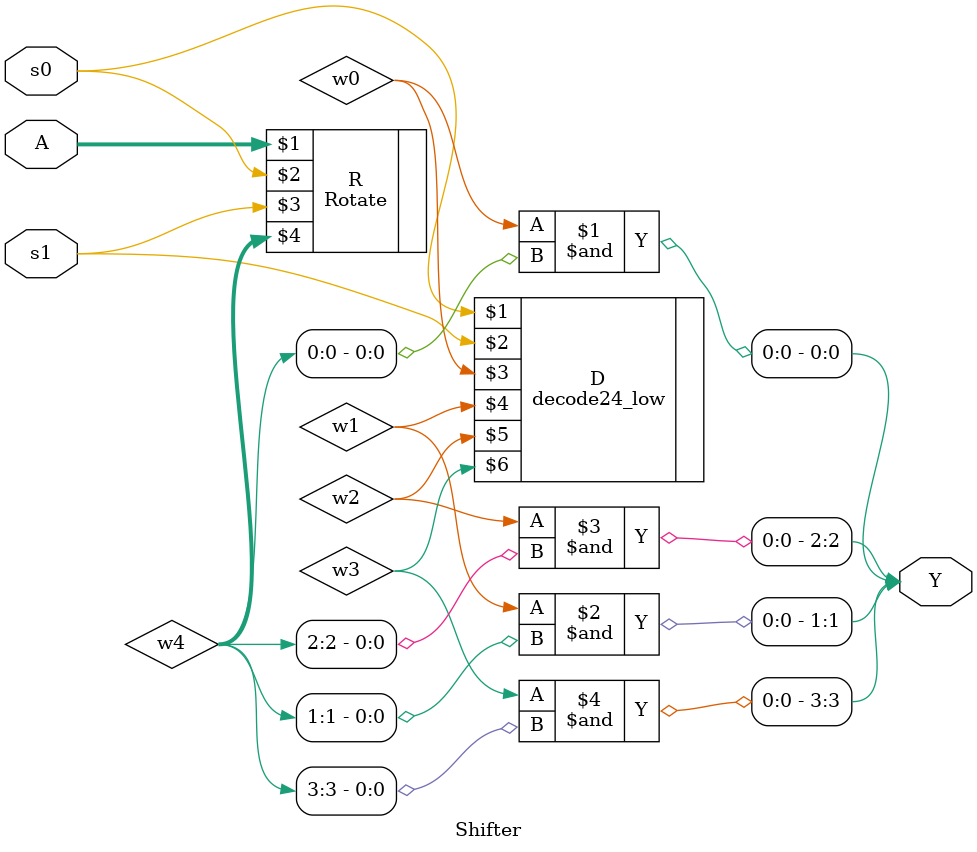
<source format=v>
`timescale 1ns / 1ps


module Shifter(input [3:0] A, input s0,s1, output [3:0] Y);

wire w1,w2,w3,w0;
wire [3:0] w4;

Rotate R(A,s0,s1,w4);
decode24_low D(s0,s1,w0,w1,w2,w3);

and a(Y[0],w0,w4[0]);
and b(Y[1],w1,w4[1]);
and c(Y[2],w2,w4[2]);
and d(Y[3],w3,w4[3]);

endmodule

</source>
